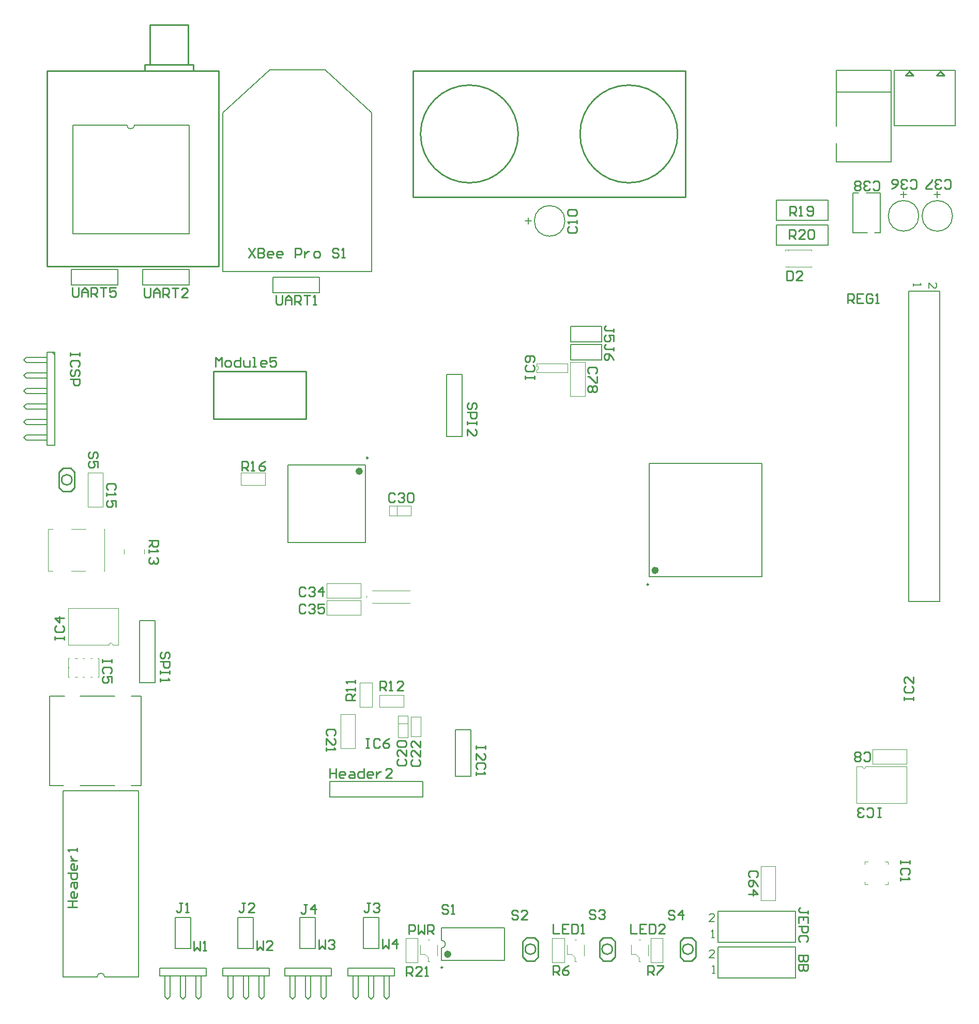
<source format=gto>
%FSLAX25Y25*%
%MOIN*%
G70*
G01*
G75*
%ADD10C,0.01000*%
%ADD11C,0.00689*%
%ADD12C,0.00669*%
%ADD13C,0.00827*%
%ADD14C,0.01575*%
%ADD15C,0.00787*%
%ADD16O,0.07087X0.01181*%
%ADD17O,0.01181X0.07087*%
%ADD18R,0.04921X0.06693*%
%ADD19R,0.09843X0.07874*%
%ADD20R,0.09843X0.01969*%
%ADD21O,0.04724X0.02362*%
%ADD22R,0.00984X0.01378*%
%ADD23O,0.00984X0.01378*%
%ADD24R,0.04724X0.04724*%
%ADD25R,0.04724X0.09449*%
G04:AMPARAMS|DCode=26|XSize=70.87mil|YSize=43.31mil|CornerRadius=0mil|HoleSize=0mil|Usage=FLASHONLY|Rotation=270.000|XOffset=0mil|YOffset=0mil|HoleType=Round|Shape=Octagon|*
%AMOCTAGOND26*
4,1,8,-0.01083,-0.03543,0.01083,-0.03543,0.02165,-0.02461,0.02165,0.02461,0.01083,0.03543,-0.01083,0.03543,-0.02165,0.02461,-0.02165,-0.02461,-0.01083,-0.03543,0.0*
%
%ADD26OCTAGOND26*%

%ADD27R,0.05118X0.04134*%
%ADD28R,0.04134X0.05118*%
G04:AMPARAMS|DCode=29|XSize=39.37mil|YSize=25.59mil|CornerRadius=0mil|HoleSize=0mil|Usage=FLASHONLY|Rotation=270.000|XOffset=0mil|YOffset=0mil|HoleType=Round|Shape=Octagon|*
%AMOCTAGOND29*
4,1,8,-0.00640,-0.01969,0.00640,-0.01969,0.01280,-0.01329,0.01280,0.01329,0.00640,0.01969,-0.00640,0.01969,-0.01280,0.01329,-0.01280,-0.01329,-0.00640,-0.01969,0.0*
%
%ADD29OCTAGOND29*%

G04:AMPARAMS|DCode=30|XSize=39.37mil|YSize=19.69mil|CornerRadius=0mil|HoleSize=0mil|Usage=FLASHONLY|Rotation=270.000|XOffset=0mil|YOffset=0mil|HoleType=Round|Shape=Octagon|*
%AMOCTAGOND30*
4,1,8,-0.00492,-0.01969,0.00492,-0.01969,0.00984,-0.01476,0.00984,0.01476,0.00492,0.01969,-0.00492,0.01969,-0.00984,0.01476,-0.00984,-0.01476,-0.00492,-0.01969,0.0*
%
%ADD30OCTAGOND30*%

%ADD31R,0.05906X0.03150*%
G04:AMPARAMS|DCode=32|XSize=59.06mil|YSize=31.5mil|CornerRadius=0mil|HoleSize=0mil|Usage=FLASHONLY|Rotation=180.000|XOffset=0mil|YOffset=0mil|HoleType=Round|Shape=Octagon|*
%AMOCTAGOND32*
4,1,8,-0.02953,0.00787,-0.02953,-0.00787,-0.02165,-0.01575,0.02165,-0.01575,0.02953,-0.00787,0.02953,0.00787,0.02165,0.01575,-0.02165,0.01575,-0.02953,0.00787,0.0*
%
%ADD32OCTAGOND32*%

G04:AMPARAMS|DCode=33|XSize=78.74mil|YSize=57.09mil|CornerRadius=0mil|HoleSize=0mil|Usage=FLASHONLY|Rotation=180.000|XOffset=0mil|YOffset=0mil|HoleType=Round|Shape=Octagon|*
%AMOCTAGOND33*
4,1,8,-0.03937,0.01427,-0.03937,-0.01427,-0.02510,-0.02854,0.02510,-0.02854,0.03937,-0.01427,0.03937,0.01427,0.02510,0.02854,-0.02510,0.02854,-0.03937,0.01427,0.0*
%
%ADD33OCTAGOND33*%

G04:AMPARAMS|DCode=34|XSize=47.24mil|YSize=39.37mil|CornerRadius=0mil|HoleSize=0mil|Usage=FLASHONLY|Rotation=90.000|XOffset=0mil|YOffset=0mil|HoleType=Round|Shape=Octagon|*
%AMOCTAGOND34*
4,1,8,0.00984,0.02362,-0.00984,0.02362,-0.01969,0.01378,-0.01969,-0.01378,-0.00984,-0.02362,0.00984,-0.02362,0.01969,-0.01378,0.01969,0.01378,0.00984,0.02362,0.0*
%
%ADD34OCTAGOND34*%

%ADD35O,0.02087X0.07795*%
%ADD36R,0.02087X0.07795*%
%ADD37O,0.06102X0.00984*%
%ADD38O,0.00984X0.06102*%
%ADD39O,0.01772X0.01181*%
%ADD40R,0.01772X0.01181*%
%ADD41R,0.01181X0.01772*%
%ADD42R,0.02165X0.04134*%
%ADD43O,0.02165X0.04134*%
%ADD44R,0.01969X0.01575*%
%ADD45O,0.01969X0.01575*%
%ADD46O,0.02232X0.01181*%
%ADD47R,0.02232X0.01181*%
%ADD48R,0.01181X0.02232*%
%ADD49O,0.01181X0.01575*%
%ADD50R,0.01181X0.01575*%
%ADD51R,0.01575X0.01181*%
%ADD52R,0.07874X0.07874*%
%ADD53R,0.06693X0.04921*%
%ADD54R,0.03150X0.04724*%
%ADD55R,0.03150X0.03543*%
%ADD56R,0.04724X0.03150*%
%ADD57C,0.00650*%
%ADD58C,0.01969*%
%ADD59C,0.02362*%
%ADD60R,0.23000X0.17000*%
%ADD61R,0.05906X0.05906*%
%ADD62C,0.05906*%
%ADD63R,0.04724X0.04724*%
%ADD64C,0.04724*%
%ADD65C,0.07087*%
%ADD66R,0.07087X0.07087*%
%ADD67R,0.05906X0.05906*%
%ADD68C,0.06496*%
%ADD69R,0.06299X0.06299*%
%ADD70C,0.06299*%
%ADD71O,0.07874X0.09843*%
%ADD72C,0.07874*%
%ADD73R,0.04921X0.04921*%
%ADD74C,0.04921*%
%ADD75R,0.04921X0.04921*%
%ADD76C,0.19685*%
%ADD77C,0.02701*%
%ADD78C,0.05000*%
%ADD79C,0.03937*%
%ADD80C,0.07874*%
%ADD81C,0.02756*%
%ADD82C,0.02953*%
%ADD83C,0.05394*%
%ADD84R,0.02756X0.03150*%
%ADD85R,0.19685X0.28543*%
%ADD86R,0.08268X0.05118*%
%ADD87O,0.08268X0.05118*%
%ADD88R,0.23622X0.07874*%
%ADD89R,0.25598X0.30299*%
%ADD90R,0.04685X0.09055*%
G04:AMPARAMS|DCode=91|XSize=39.37mil|YSize=25.59mil|CornerRadius=0mil|HoleSize=0mil|Usage=FLASHONLY|Rotation=0.000|XOffset=0mil|YOffset=0mil|HoleType=Round|Shape=Octagon|*
%AMOCTAGOND91*
4,1,8,0.01969,-0.00640,0.01969,0.00640,0.01329,0.01280,-0.01329,0.01280,-0.01969,0.00640,-0.01969,-0.00640,-0.01329,-0.01280,0.01329,-0.01280,0.01969,-0.00640,0.0*
%
%ADD91OCTAGOND91*%

G04:AMPARAMS|DCode=92|XSize=39.37mil|YSize=19.69mil|CornerRadius=0mil|HoleSize=0mil|Usage=FLASHONLY|Rotation=0.000|XOffset=0mil|YOffset=0mil|HoleType=Round|Shape=Octagon|*
%AMOCTAGOND92*
4,1,8,0.01969,-0.00492,0.01969,0.00492,0.01476,0.00984,-0.01476,0.00984,-0.01969,0.00492,-0.01969,-0.00492,-0.01476,-0.00984,0.01476,-0.00984,0.01969,-0.00492,0.0*
%
%ADD92OCTAGOND92*%

%ADD93O,0.04095X0.01969*%
%ADD94R,0.04095X0.01969*%
%ADD95R,0.11000X0.15000*%
%ADD96C,0.04921*%
%ADD97C,0.00984*%
%ADD98C,0.00394*%
%ADD99C,0.00197*%
%ADD100C,0.00800*%
%ADD101C,0.00591*%
D10*
X17854Y323500D02*
G03*
X17854Y323500I-3354J0D01*
G01*
X418354Y21000D02*
G03*
X418354Y21000I-3354J0D01*
G01*
X366354Y21000D02*
G03*
X366354Y21000I-3354J0D01*
G01*
X316854D02*
G03*
X316854Y21000I-3354J0D01*
G01*
X408461Y546433D02*
G03*
X408461Y546433I-31496J0D01*
G01*
X305626D02*
G03*
X305626Y546433I-31496J0D01*
G01*
X96224Y587236D02*
Y591173D01*
X68173D02*
Y616764D01*
X92779D01*
Y591173D02*
Y616764D01*
X64728Y591173D02*
X96224D01*
X64728Y587236D02*
Y591173D01*
X112563Y461252D02*
Y587236D01*
X1736Y461252D02*
X112563D01*
X1736D02*
Y587236D01*
X112563D01*
X17000Y331000D02*
X19500Y328500D01*
Y318500D02*
Y328500D01*
X17000Y316000D02*
X19500Y318500D01*
X12000Y316000D02*
X17000D01*
X9500Y318500D02*
X12000Y316000D01*
X9500Y318500D02*
Y328500D01*
X12000Y331000D01*
X17000D01*
X410000Y16000D02*
X412500Y13500D01*
X410000Y16000D02*
Y26000D01*
X412500Y28500D01*
X417500D01*
X420000Y26000D01*
Y16000D02*
Y26000D01*
X417500Y13500D02*
X420000Y16000D01*
X412500Y13500D02*
X417500D01*
X358000Y16000D02*
X360500Y13500D01*
X358000Y16000D02*
Y26000D01*
X360500Y28500D01*
X365500D01*
X368000Y26000D01*
Y16000D02*
Y26000D01*
X365500Y13500D02*
X368000Y16000D01*
X360500Y13500D02*
X365500D01*
X308500Y16000D02*
X311000Y13500D01*
X308500Y16000D02*
Y26000D01*
X311000Y28500D01*
X316000D01*
X318500Y26000D01*
Y16000D02*
Y26000D01*
X316000Y13500D02*
X318500Y16000D01*
X311000Y13500D02*
X316000D01*
X108961Y362882D02*
Y393394D01*
X168882D01*
Y362882D02*
Y393394D01*
X108961Y362882D02*
X168882D01*
X237713Y505882D02*
X413382D01*
Y586984D01*
X237713Y505882D02*
Y586984D01*
X413382D01*
X555382Y584118D02*
X557882Y586618D01*
X555382Y584118D02*
X560382D01*
X557882Y586618D02*
X560382Y584118D01*
X575382D02*
X577882Y586618D01*
X575382Y584118D02*
X580382D01*
X577882Y586618D02*
X580382Y584118D01*
X528501Y143002D02*
X529501Y142002D01*
X531500D01*
X532500Y143002D01*
Y147000D01*
X531500Y148000D01*
X529501D01*
X528501Y147000D01*
X526502Y143002D02*
X525502Y142002D01*
X523503D01*
X522503Y143002D01*
Y144001D01*
X523503Y145001D01*
X522503Y146001D01*
Y147000D01*
X523503Y148000D01*
X525502D01*
X526502Y147000D01*
Y146001D01*
X525502Y145001D01*
X526502Y144001D01*
Y143002D01*
X525502Y145001D02*
X523503D01*
X338384Y486881D02*
X337384Y485881D01*
Y483882D01*
X338384Y482882D01*
X342382D01*
X343382Y483882D01*
Y485881D01*
X342382Y486881D01*
X343382Y488880D02*
Y490879D01*
Y489880D01*
X337384D01*
X338384Y488880D01*
Y493878D02*
X337384Y494878D01*
Y496877D01*
X338384Y497877D01*
X342382D01*
X343382Y496877D01*
Y494878D01*
X342382Y493878D01*
X338384D01*
X44998Y317001D02*
X45998Y318001D01*
Y320000D01*
X44998Y321000D01*
X41000D01*
X40000Y320000D01*
Y318001D01*
X41000Y317001D01*
X40000Y315002D02*
Y313003D01*
Y314002D01*
X45998D01*
X44998Y315002D01*
X45998Y306005D02*
Y310004D01*
X42999D01*
X43999Y308004D01*
Y307004D01*
X42999Y306005D01*
X41000D01*
X40000Y307004D01*
Y309004D01*
X41000Y310004D01*
X228383Y143381D02*
X227384Y142381D01*
Y140382D01*
X228383Y139382D01*
X232382D01*
X233382Y140382D01*
Y142381D01*
X232382Y143381D01*
X233382Y149379D02*
Y145380D01*
X229383Y149379D01*
X228383D01*
X227384Y148379D01*
Y146380D01*
X228383Y145380D01*
Y151378D02*
X227384Y152378D01*
Y154377D01*
X228383Y155377D01*
X232382D01*
X233382Y154377D01*
Y152378D01*
X232382Y151378D01*
X228383D01*
X186880Y158883D02*
X187880Y159883D01*
Y161882D01*
X186880Y162882D01*
X182882D01*
X181882Y161882D01*
Y159883D01*
X182882Y158883D01*
X181882Y152885D02*
Y156884D01*
X185881Y152885D01*
X186880D01*
X187880Y153885D01*
Y155884D01*
X186880Y156884D01*
X181882Y150886D02*
Y148886D01*
Y149886D01*
X187880D01*
X186880Y150886D01*
X237502Y142999D02*
X236502Y141999D01*
Y140000D01*
X237502Y139000D01*
X241500D01*
X242500Y140000D01*
Y141999D01*
X241500Y142999D01*
X242500Y148997D02*
Y144998D01*
X238501Y148997D01*
X237502D01*
X236502Y147997D01*
Y145998D01*
X237502Y144998D01*
X242500Y154995D02*
Y150996D01*
X238501Y154995D01*
X237502D01*
X236502Y153995D01*
Y151996D01*
X237502Y150996D01*
X226004Y313996D02*
X225004Y314996D01*
X223005D01*
X222005Y313996D01*
Y309998D01*
X223005Y308998D01*
X225004D01*
X226004Y309998D01*
X228003Y313996D02*
X229003Y314996D01*
X231002D01*
X232002Y313996D01*
Y312997D01*
X231002Y311997D01*
X230003D01*
X231002D01*
X232002Y310997D01*
Y309998D01*
X231002Y308998D01*
X229003D01*
X228003Y309998D01*
X234001Y313996D02*
X235001Y314996D01*
X237000D01*
X238000Y313996D01*
Y309998D01*
X237000Y308998D01*
X235001D01*
X234001Y309998D01*
Y313996D01*
X168504Y253496D02*
X167504Y254496D01*
X165505D01*
X164505Y253496D01*
Y249498D01*
X165505Y248498D01*
X167504D01*
X168504Y249498D01*
X170503Y253496D02*
X171503Y254496D01*
X173502D01*
X174502Y253496D01*
Y252497D01*
X173502Y251497D01*
X172503D01*
X173502D01*
X174502Y250497D01*
Y249498D01*
X173502Y248498D01*
X171503D01*
X170503Y249498D01*
X179500Y248498D02*
Y254496D01*
X176501Y251497D01*
X180500D01*
X558383Y512120D02*
X559383Y511120D01*
X561382D01*
X562382Y512120D01*
Y516118D01*
X561382Y517118D01*
X559383D01*
X558383Y516118D01*
X556384Y512120D02*
X555384Y511120D01*
X553385D01*
X552385Y512120D01*
Y513119D01*
X553385Y514119D01*
X554385D01*
X553385D01*
X552385Y515119D01*
Y516118D01*
X553385Y517118D01*
X555384D01*
X556384Y516118D01*
X546387Y511120D02*
X548386Y512120D01*
X550386Y514119D01*
Y516118D01*
X549386Y517118D01*
X547387D01*
X546387Y516118D01*
Y515119D01*
X547387Y514119D01*
X550386D01*
X580383Y512120D02*
X581383Y511120D01*
X583382D01*
X584382Y512120D01*
Y516118D01*
X583382Y517118D01*
X581383D01*
X580383Y516118D01*
X578384Y512120D02*
X577384Y511120D01*
X575385D01*
X574385Y512120D01*
Y513119D01*
X575385Y514119D01*
X576384D01*
X575385D01*
X574385Y515119D01*
Y516118D01*
X575385Y517118D01*
X577384D01*
X578384Y516118D01*
X572386Y511120D02*
X568387D01*
Y512120D01*
X572386Y516118D01*
Y517118D01*
X534383Y511120D02*
X535383Y510120D01*
X537382D01*
X538382Y511120D01*
Y515118D01*
X537382Y516118D01*
X535383D01*
X534383Y515118D01*
X532384Y511120D02*
X531384Y510120D01*
X529385D01*
X528385Y511120D01*
Y512119D01*
X529385Y513119D01*
X530384D01*
X529385D01*
X528385Y514119D01*
Y515118D01*
X529385Y516118D01*
X531384D01*
X532384Y515118D01*
X526386Y511120D02*
X525386Y510120D01*
X523387D01*
X522387Y511120D01*
Y512119D01*
X523387Y513119D01*
X522387Y514119D01*
Y515118D01*
X523387Y516118D01*
X525386D01*
X526386Y515118D01*
Y514119D01*
X525386Y513119D01*
X526386Y512119D01*
Y511120D01*
X525386Y513119D02*
X523387D01*
X458998Y67501D02*
X459998Y68501D01*
Y70500D01*
X458998Y71500D01*
X455000D01*
X454000Y70500D01*
Y68501D01*
X455000Y67501D01*
X459998Y61503D02*
X458998Y63503D01*
X456999Y65502D01*
X455000D01*
X454000Y64502D01*
Y62503D01*
X455000Y61503D01*
X455999D01*
X456999Y62503D01*
Y65502D01*
X454000Y56505D02*
X459998D01*
X456999Y59504D01*
Y55505D01*
X355499Y392049D02*
X356498Y393048D01*
Y395048D01*
X355499Y396047D01*
X351500D01*
X350500Y395048D01*
Y393048D01*
X351500Y392049D01*
X356498Y390049D02*
Y386051D01*
X355499D01*
X351500Y390049D01*
X350500D01*
X355499Y384051D02*
X356498Y383051D01*
Y381052D01*
X355499Y380052D01*
X354499D01*
X353499Y381052D01*
X352500Y380052D01*
X351500D01*
X350500Y381052D01*
Y383051D01*
X351500Y384051D01*
X352500D01*
X353499Y383051D01*
X354499Y384051D01*
X355499D01*
X353499Y383051D02*
Y381052D01*
X478882Y458116D02*
Y452118D01*
X481881D01*
X482881Y453118D01*
Y457117D01*
X481881Y458116D01*
X478882D01*
X488879Y452118D02*
X484880D01*
X488879Y456117D01*
Y457117D01*
X487879Y458116D01*
X485880D01*
X484880Y457117D01*
X79880Y208283D02*
X80880Y209283D01*
Y211282D01*
X79880Y212282D01*
X78881D01*
X77881Y211282D01*
Y209283D01*
X76881Y208283D01*
X75882D01*
X74882Y209283D01*
Y211282D01*
X75882Y212282D01*
X74882Y206284D02*
X80880D01*
Y203285D01*
X79880Y202285D01*
X77881D01*
X76881Y203285D01*
Y206284D01*
X80880Y200286D02*
Y198286D01*
Y199286D01*
X74882D01*
Y200286D01*
Y198286D01*
Y195287D02*
Y193288D01*
Y194288D01*
X80880D01*
X79880Y195287D01*
X284398Y152100D02*
Y150101D01*
Y151100D01*
X278400D01*
Y152100D01*
Y150101D01*
Y143103D02*
Y147102D01*
X282399Y143103D01*
X283398D01*
X284398Y144103D01*
Y146102D01*
X283398Y147102D01*
Y137105D02*
X284398Y138104D01*
Y140104D01*
X283398Y141104D01*
X279400D01*
X278400Y140104D01*
Y138104D01*
X279400Y137105D01*
X278400Y135106D02*
Y133106D01*
Y134106D01*
X284398D01*
X283398Y135106D01*
X149500Y442498D02*
Y437500D01*
X150500Y436500D01*
X152499D01*
X153499Y437500D01*
Y442498D01*
X155498Y436500D02*
Y440499D01*
X157497Y442498D01*
X159497Y440499D01*
Y436500D01*
Y439499D01*
X155498D01*
X161496Y436500D02*
Y442498D01*
X164495D01*
X165495Y441498D01*
Y439499D01*
X164495Y438499D01*
X161496D01*
X163496D02*
X165495Y436500D01*
X167494Y442498D02*
X171493D01*
X169493D01*
Y436500D01*
X173492D02*
X175492D01*
X174492D01*
Y442498D01*
X173492Y441498D01*
X277880Y369083D02*
X278880Y370083D01*
Y372082D01*
X277880Y373082D01*
X276881D01*
X275881Y372082D01*
Y370083D01*
X274881Y369083D01*
X273882D01*
X272882Y370083D01*
Y372082D01*
X273882Y373082D01*
X272882Y367084D02*
X278880D01*
Y364085D01*
X277880Y363085D01*
X275881D01*
X274881Y364085D01*
Y367084D01*
X278880Y361086D02*
Y359086D01*
Y360086D01*
X272882D01*
Y361086D01*
Y359086D01*
Y352089D02*
Y356087D01*
X276881Y352089D01*
X277880D01*
X278880Y353088D01*
Y355088D01*
X277880Y356087D01*
X64500Y446998D02*
Y442000D01*
X65500Y441000D01*
X67499D01*
X68499Y442000D01*
Y446998D01*
X70498Y441000D02*
Y444999D01*
X72497Y446998D01*
X74497Y444999D01*
Y441000D01*
Y443999D01*
X70498D01*
X76496Y441000D02*
Y446998D01*
X79495D01*
X80495Y445998D01*
Y443999D01*
X79495Y442999D01*
X76496D01*
X78496D02*
X80495Y441000D01*
X82494Y446998D02*
X86493D01*
X84493D01*
Y441000D01*
X92491D02*
X88492D01*
X92491Y444999D01*
Y445998D01*
X91491Y446998D01*
X89492D01*
X88492Y445998D01*
X18000Y447498D02*
Y442500D01*
X19000Y441500D01*
X20999D01*
X21999Y442500D01*
Y447498D01*
X23998Y441500D02*
Y445499D01*
X25997Y447498D01*
X27997Y445499D01*
Y441500D01*
Y444499D01*
X23998D01*
X29996Y441500D02*
Y447498D01*
X32995D01*
X33995Y446498D01*
Y444499D01*
X32995Y443499D01*
X29996D01*
X31995D02*
X33995Y441500D01*
X35994Y447498D02*
X39993D01*
X37993D01*
Y441500D01*
X45991Y447498D02*
X41992D01*
Y444499D01*
X43992Y445499D01*
X44991D01*
X45991Y444499D01*
Y442500D01*
X44991Y441500D01*
X42992D01*
X41992Y442500D01*
X184000Y137498D02*
Y131500D01*
Y134499D01*
X187999D01*
Y137498D01*
Y131500D01*
X192997D02*
X190998D01*
X189998Y132500D01*
Y134499D01*
X190998Y135499D01*
X192997D01*
X193997Y134499D01*
Y133499D01*
X189998D01*
X196996Y135499D02*
X198995D01*
X199995Y134499D01*
Y131500D01*
X196996D01*
X195996Y132500D01*
X196996Y133499D01*
X199995D01*
X205993Y137498D02*
Y131500D01*
X202994D01*
X201994Y132500D01*
Y134499D01*
X202994Y135499D01*
X205993D01*
X210991Y131500D02*
X208992D01*
X207992Y132500D01*
Y134499D01*
X208992Y135499D01*
X210991D01*
X211991Y134499D01*
Y133499D01*
X207992D01*
X213990Y135499D02*
Y131500D01*
Y133499D01*
X214990Y134499D01*
X215990Y135499D01*
X216989D01*
X223987Y131500D02*
X219988D01*
X223987Y135499D01*
Y136498D01*
X222987Y137498D01*
X220988D01*
X219988Y136498D01*
X96500Y25998D02*
Y20000D01*
X98499Y21999D01*
X100499Y20000D01*
Y25998D01*
X102498Y20000D02*
X104497D01*
X103498D01*
Y25998D01*
X102498Y24998D01*
X218000Y27498D02*
Y21500D01*
X219999Y23499D01*
X221999Y21500D01*
Y27498D01*
X226997Y21500D02*
Y27498D01*
X223998Y24499D01*
X227997D01*
X137000Y26498D02*
Y20500D01*
X138999Y22499D01*
X140999Y20500D01*
Y26498D01*
X146997Y20500D02*
X142998D01*
X146997Y24499D01*
Y25498D01*
X145997Y26498D01*
X143998D01*
X142998Y25498D01*
X177000Y26998D02*
Y21000D01*
X178999Y22999D01*
X180999Y21000D01*
Y26998D01*
X182998Y25998D02*
X183998Y26998D01*
X185997D01*
X186997Y25998D01*
Y24999D01*
X185997Y23999D01*
X184997D01*
X185997D01*
X186997Y22999D01*
Y22000D01*
X185997Y21000D01*
X183998D01*
X182998Y22000D01*
X22880Y405382D02*
Y403382D01*
Y404382D01*
X16882D01*
Y405382D01*
Y403382D01*
X21880Y396385D02*
X22880Y397385D01*
Y399384D01*
X21880Y400384D01*
X17882D01*
X16882Y399384D01*
Y397385D01*
X17882Y396385D01*
X21880Y390387D02*
X22880Y391386D01*
Y393386D01*
X21880Y394385D01*
X20881D01*
X19881Y393386D01*
Y391386D01*
X18881Y390387D01*
X17882D01*
X16882Y391386D01*
Y393386D01*
X17882Y394385D01*
X16882Y388387D02*
X22880D01*
Y385388D01*
X21880Y384389D01*
X19881D01*
X18881Y385388D01*
Y388387D01*
X492402Y43834D02*
Y45833D01*
Y44834D01*
X487403D01*
X486404Y45833D01*
Y46833D01*
X487403Y47833D01*
X492402Y37836D02*
Y41835D01*
X486404D01*
Y37836D01*
X489403Y41835D02*
Y39835D01*
X486404Y35836D02*
X492402D01*
Y32837D01*
X491402Y31838D01*
X489403D01*
X488403Y32837D01*
Y35836D01*
X491402Y25840D02*
X492402Y26839D01*
Y28839D01*
X491402Y29838D01*
X487403D01*
X486404Y28839D01*
Y26839D01*
X487403Y25840D01*
X492284Y16951D02*
X486286D01*
Y13952D01*
X487285Y12952D01*
X488285D01*
X489285Y13952D01*
Y16951D01*
Y13952D01*
X490284Y12952D01*
X491284D01*
X492284Y13952D01*
Y16951D01*
Y10953D02*
X486286D01*
Y7954D01*
X487285Y6954D01*
X488285D01*
X489285Y7954D01*
Y10953D01*
Y7954D01*
X490284Y6954D01*
X491284D01*
X492284Y7954D01*
Y10953D01*
X557998Y78000D02*
Y76001D01*
Y77000D01*
X552000D01*
Y78000D01*
Y76001D01*
X556998Y69003D02*
X557998Y70003D01*
Y72002D01*
X556998Y73002D01*
X553000D01*
X552000Y72002D01*
Y70003D01*
X553000Y69003D01*
X552000Y67004D02*
Y65004D01*
Y66004D01*
X557998D01*
X556998Y67004D01*
X554502Y181500D02*
Y183499D01*
Y182500D01*
X560500D01*
Y181500D01*
Y183499D01*
X555502Y190497D02*
X554502Y189497D01*
Y187498D01*
X555502Y186498D01*
X559500D01*
X560500Y187498D01*
Y189497D01*
X559500Y190497D01*
X560500Y196495D02*
Y192496D01*
X556501Y196495D01*
X555502D01*
X554502Y195495D01*
Y193496D01*
X555502Y192496D01*
X539500Y106002D02*
X537501D01*
X538500D01*
Y112000D01*
X539500D01*
X537501D01*
X530503Y107002D02*
X531503Y106002D01*
X533502D01*
X534502Y107002D01*
Y111000D01*
X533502Y112000D01*
X531503D01*
X530503Y111000D01*
X528504Y107002D02*
X527504Y106002D01*
X525504D01*
X524505Y107002D01*
Y108001D01*
X525504Y109001D01*
X526504D01*
X525504D01*
X524505Y110001D01*
Y111000D01*
X525504Y112000D01*
X527504D01*
X528504Y111000D01*
X6620Y220382D02*
Y222381D01*
Y221382D01*
X12618D01*
Y220382D01*
Y222381D01*
X7620Y229379D02*
X6620Y228379D01*
Y226380D01*
X7620Y225380D01*
X11618D01*
X12618Y226380D01*
Y228379D01*
X11618Y229379D01*
X12618Y234377D02*
X6620D01*
X9619Y231378D01*
Y235377D01*
X43380Y207835D02*
Y205835D01*
Y206835D01*
X37382D01*
Y207835D01*
Y205835D01*
X42380Y198838D02*
X43380Y199837D01*
Y201837D01*
X42380Y202836D01*
X38382D01*
X37382Y201837D01*
Y199837D01*
X38382Y198838D01*
X43380Y192840D02*
Y196838D01*
X40381D01*
X41381Y194839D01*
Y193839D01*
X40381Y192840D01*
X38382D01*
X37382Y193839D01*
Y195838D01*
X38382Y196838D01*
X207382Y156880D02*
X209381D01*
X208382D01*
Y150882D01*
X207382D01*
X209381D01*
X216379Y155880D02*
X215379Y156880D01*
X213380D01*
X212380Y155880D01*
Y151882D01*
X213380Y150882D01*
X215379D01*
X216379Y151882D01*
X222377Y156880D02*
X220378Y155880D01*
X218378Y153881D01*
Y151882D01*
X219378Y150882D01*
X221377D01*
X222377Y151882D01*
Y152881D01*
X221377Y153881D01*
X218378D01*
X310002Y388342D02*
Y390342D01*
Y389342D01*
X316000D01*
Y388342D01*
Y390342D01*
X311002Y397340D02*
X310002Y396340D01*
Y394341D01*
X311002Y393341D01*
X315000D01*
X316000Y394341D01*
Y396340D01*
X315000Y397340D01*
Y399339D02*
X316000Y400339D01*
Y402338D01*
X315000Y403338D01*
X311002D01*
X310002Y402338D01*
Y400339D01*
X311002Y399339D01*
X312001D01*
X313001Y400339D01*
Y403338D01*
X88963Y50762D02*
X86963D01*
X87963D01*
Y45763D01*
X86963Y44764D01*
X85963D01*
X84964Y45763D01*
X90962Y44764D02*
X92961D01*
X91961D01*
Y50762D01*
X90962Y49762D01*
X129463Y50762D02*
X127463D01*
X128463D01*
Y45763D01*
X127463Y44764D01*
X126463D01*
X125464Y45763D01*
X135460Y44764D02*
X131462D01*
X135460Y48763D01*
Y49762D01*
X134461Y50762D01*
X132462D01*
X131462Y49762D01*
X210247Y50762D02*
X208248D01*
X209247D01*
Y45763D01*
X208248Y44764D01*
X207248D01*
X206248Y45763D01*
X212246Y49762D02*
X213246Y50762D01*
X215246D01*
X216245Y49762D01*
Y48763D01*
X215246Y47763D01*
X214246D01*
X215246D01*
X216245Y46763D01*
Y45763D01*
X215246Y44764D01*
X213246D01*
X212246Y45763D01*
X169381Y49880D02*
X167381D01*
X168381D01*
Y44882D01*
X167381Y43882D01*
X166382D01*
X165382Y44882D01*
X174379Y43882D02*
Y49880D01*
X171380Y46881D01*
X175379D01*
X366998Y418844D02*
Y420843D01*
Y419843D01*
X362000D01*
X361000Y420843D01*
Y421843D01*
X362000Y422843D01*
X366998Y412846D02*
Y416845D01*
X363999D01*
X364999Y414845D01*
Y413845D01*
X363999Y412846D01*
X362000D01*
X361000Y413845D01*
Y415845D01*
X362000Y416845D01*
X366998Y406844D02*
Y408843D01*
Y407843D01*
X362000D01*
X361000Y408843D01*
Y409843D01*
X362000Y410843D01*
X366998Y400846D02*
X365999Y402845D01*
X363999Y404845D01*
X362000D01*
X361000Y403845D01*
Y401845D01*
X362000Y400846D01*
X363000D01*
X363999Y401845D01*
Y404845D01*
X328000Y36998D02*
Y31000D01*
X331999D01*
X337997Y36998D02*
X333998D01*
Y31000D01*
X337997D01*
X333998Y33999D02*
X335997D01*
X339996Y36998D02*
Y31000D01*
X342995D01*
X343995Y32000D01*
Y35998D01*
X342995Y36998D01*
X339996D01*
X345994Y31000D02*
X347993D01*
X346994D01*
Y36998D01*
X345994Y35998D01*
X378000Y36998D02*
Y31000D01*
X381999D01*
X387997Y36998D02*
X383998D01*
Y31000D01*
X387997D01*
X383998Y33999D02*
X385997D01*
X389996Y36998D02*
Y31000D01*
X392995D01*
X393995Y32000D01*
Y35998D01*
X392995Y36998D01*
X389996D01*
X399993Y31000D02*
X395994D01*
X399993Y34999D01*
Y35998D01*
X398993Y36998D01*
X396994D01*
X395994Y35998D01*
X235000Y30750D02*
Y36748D01*
X237999D01*
X238999Y35748D01*
Y33749D01*
X237999Y32749D01*
X235000D01*
X240998Y36748D02*
Y30750D01*
X242997Y32749D01*
X244997Y30750D01*
Y36748D01*
X246996Y30750D02*
Y36748D01*
X249995D01*
X250995Y35748D01*
Y33749D01*
X249995Y32749D01*
X246996D01*
X248995D02*
X250995Y30750D01*
X110382Y396382D02*
Y402380D01*
X112381Y400381D01*
X114381Y402380D01*
Y396382D01*
X117380D02*
X119379D01*
X120379Y397382D01*
Y399381D01*
X119379Y400381D01*
X117380D01*
X116380Y399381D01*
Y397382D01*
X117380Y396382D01*
X126377Y402380D02*
Y396382D01*
X123378D01*
X122378Y397382D01*
Y399381D01*
X123378Y400381D01*
X126377D01*
X128376D02*
Y397382D01*
X129376Y396382D01*
X132375D01*
Y400381D01*
X134374Y396382D02*
X136373D01*
X135374D01*
Y402380D01*
X134374D01*
X142371Y396382D02*
X140372D01*
X139373Y397382D01*
Y399381D01*
X140372Y400381D01*
X142371D01*
X143371Y399381D01*
Y398381D01*
X139373D01*
X149369Y402380D02*
X145371D01*
Y399381D01*
X147370Y400381D01*
X148370D01*
X149369Y399381D01*
Y397382D01*
X148370Y396382D01*
X146370D01*
X145371Y397382D01*
X328000Y4500D02*
Y10498D01*
X330999D01*
X331999Y9498D01*
Y7499D01*
X330999Y6499D01*
X328000D01*
X329999D02*
X331999Y4500D01*
X337997Y10498D02*
X335997Y9498D01*
X333998Y7499D01*
Y5500D01*
X334998Y4500D01*
X336997D01*
X337997Y5500D01*
Y6499D01*
X336997Y7499D01*
X333998D01*
X389000Y4500D02*
Y10498D01*
X391999D01*
X392999Y9498D01*
Y7499D01*
X391999Y6499D01*
X389000D01*
X390999D02*
X392999Y4500D01*
X394998Y10498D02*
X398997D01*
Y9498D01*
X394998Y5500D01*
Y4500D01*
X200382Y181382D02*
X194384D01*
Y184381D01*
X195384Y185381D01*
X197383D01*
X198382Y184381D01*
Y181382D01*
Y183381D02*
X200382Y185381D01*
Y187380D02*
Y189379D01*
Y188380D01*
X194384D01*
X195384Y187380D01*
X200382Y192378D02*
Y194378D01*
Y193378D01*
X194384D01*
X195384Y192378D01*
X216382Y187882D02*
Y193880D01*
X219381D01*
X220381Y192880D01*
Y190881D01*
X219381Y189881D01*
X216382D01*
X218381D02*
X220381Y187882D01*
X222380D02*
X224379D01*
X223380D01*
Y193880D01*
X222380Y192880D01*
X231377Y187882D02*
X227378D01*
X231377Y191881D01*
Y192880D01*
X230377Y193880D01*
X228378D01*
X227378Y192880D01*
X67382Y284382D02*
X73380D01*
Y281383D01*
X72380Y280383D01*
X70381D01*
X69381Y281383D01*
Y284382D01*
Y282382D02*
X67382Y280383D01*
Y278384D02*
Y276384D01*
Y277384D01*
X73380D01*
X72380Y278384D01*
Y273385D02*
X73380Y272386D01*
Y270386D01*
X72380Y269387D01*
X71381D01*
X70381Y270386D01*
Y271386D01*
Y270386D01*
X69381Y269387D01*
X68382D01*
X67382Y270386D01*
Y272386D01*
X68382Y273385D01*
X127505Y329498D02*
Y335496D01*
X130504D01*
X131504Y334496D01*
Y332497D01*
X130504Y331497D01*
X127505D01*
X129505D02*
X131504Y329498D01*
X133503D02*
X135503D01*
X134503D01*
Y335496D01*
X133503Y334496D01*
X142500Y335496D02*
X140501Y334496D01*
X138502Y332497D01*
Y330498D01*
X139501Y329498D01*
X141501D01*
X142500Y330498D01*
Y331497D01*
X141501Y332497D01*
X138502D01*
X480882Y493618D02*
Y499616D01*
X483881D01*
X484881Y498617D01*
Y496617D01*
X483881Y495617D01*
X480882D01*
X482881D02*
X484881Y493618D01*
X486880D02*
X488879D01*
X487880D01*
Y499616D01*
X486880Y498617D01*
X491878Y494618D02*
X492878Y493618D01*
X494877D01*
X495877Y494618D01*
Y498617D01*
X494877Y499616D01*
X492878D01*
X491878Y498617D01*
Y497617D01*
X492878Y496617D01*
X495877D01*
X480382Y478618D02*
Y484616D01*
X483381D01*
X484381Y483616D01*
Y481617D01*
X483381Y480618D01*
X480382D01*
X482381D02*
X484381Y478618D01*
X490379D02*
X486380D01*
X490379Y482617D01*
Y483616D01*
X489379Y484616D01*
X487380D01*
X486380Y483616D01*
X492378D02*
X493378Y484616D01*
X495377D01*
X496377Y483616D01*
Y479618D01*
X495377Y478618D01*
X493378D01*
X492378Y479618D01*
Y483616D01*
X233500Y3750D02*
Y9748D01*
X236499D01*
X237499Y8748D01*
Y6749D01*
X236499Y5749D01*
X233500D01*
X235499D02*
X237499Y3750D01*
X243497D02*
X239498D01*
X243497Y7749D01*
Y8748D01*
X242497Y9748D01*
X240498D01*
X239498Y8748D01*
X245496Y3750D02*
X247496D01*
X246496D01*
Y9748D01*
X245496Y8748D01*
X260499Y48748D02*
X259499Y49748D01*
X257500D01*
X256500Y48748D01*
Y47749D01*
X257500Y46749D01*
X259499D01*
X260499Y45749D01*
Y44750D01*
X259499Y43750D01*
X257500D01*
X256500Y44750D01*
X262498Y43750D02*
X264497D01*
X263498D01*
Y49748D01*
X262498Y48748D01*
X305499Y44998D02*
X304499Y45998D01*
X302500D01*
X301500Y44998D01*
Y43999D01*
X302500Y42999D01*
X304499D01*
X305499Y41999D01*
Y41000D01*
X304499Y40000D01*
X302500D01*
X301500Y41000D01*
X311497Y40000D02*
X307498D01*
X311497Y43999D01*
Y44998D01*
X310497Y45998D01*
X308498D01*
X307498Y44998D01*
X355499Y45498D02*
X354499Y46498D01*
X352500D01*
X351500Y45498D01*
Y44499D01*
X352500Y43499D01*
X354499D01*
X355499Y42499D01*
Y41500D01*
X354499Y40500D01*
X352500D01*
X351500Y41500D01*
X357498Y45498D02*
X358498Y46498D01*
X360497D01*
X361497Y45498D01*
Y44499D01*
X360497Y43499D01*
X359497D01*
X360497D01*
X361497Y42499D01*
Y41500D01*
X360497Y40500D01*
X358498D01*
X357498Y41500D01*
X406499Y44998D02*
X405499Y45998D01*
X403500D01*
X402500Y44998D01*
Y43999D01*
X403500Y42999D01*
X405499D01*
X406499Y41999D01*
Y41000D01*
X405499Y40000D01*
X403500D01*
X402500Y41000D01*
X411497Y40000D02*
Y45998D01*
X408498Y42999D01*
X412497D01*
X33498Y337501D02*
X34498Y338501D01*
Y340500D01*
X33498Y341500D01*
X32499D01*
X31499Y340500D01*
Y338501D01*
X30499Y337501D01*
X29500D01*
X28500Y338501D01*
Y340500D01*
X29500Y341500D01*
X34498Y331503D02*
Y335502D01*
X31499D01*
X32499Y333503D01*
Y332503D01*
X31499Y331503D01*
X29500D01*
X28500Y332503D01*
Y334502D01*
X29500Y335502D01*
X518000Y437350D02*
Y443349D01*
X520999D01*
X521999Y442349D01*
Y440349D01*
X520999Y439350D01*
X518000D01*
X519999D02*
X521999Y437350D01*
X527997Y443349D02*
X523998D01*
Y437350D01*
X527997D01*
X523998Y440349D02*
X525997D01*
X533995Y442349D02*
X532995Y443349D01*
X530996D01*
X529996Y442349D01*
Y438350D01*
X530996Y437350D01*
X532995D01*
X533995Y438350D01*
Y440349D01*
X531995D01*
X535994Y437350D02*
X537993D01*
X536994D01*
Y443349D01*
X535994Y442349D01*
X15002Y48000D02*
X21000D01*
X18001D01*
Y51999D01*
X15002D01*
X21000D01*
Y56997D02*
Y54998D01*
X20000Y53998D01*
X18001D01*
X17001Y54998D01*
Y56997D01*
X18001Y57997D01*
X19001D01*
Y53998D01*
X17001Y60996D02*
Y62995D01*
X18001Y63995D01*
X21000D01*
Y60996D01*
X20000Y59996D01*
X19001Y60996D01*
Y63995D01*
X15002Y69993D02*
X21000D01*
Y66994D01*
X20000Y65994D01*
X18001D01*
X17001Y66994D01*
Y69993D01*
X21000Y74991D02*
Y72992D01*
X20000Y71992D01*
X18001D01*
X17001Y72992D01*
Y74991D01*
X18001Y75991D01*
X19001D01*
Y71992D01*
X17001Y77990D02*
X21000D01*
X19001D01*
X18001Y78990D01*
X17001Y79990D01*
Y80989D01*
X21000Y83988D02*
Y85988D01*
Y84988D01*
X15002D01*
X16002Y83988D01*
X168504Y242496D02*
X167504Y243496D01*
X165505D01*
X164505Y242496D01*
Y238498D01*
X165505Y237498D01*
X167504D01*
X168504Y238498D01*
X170503Y242496D02*
X171503Y243496D01*
X173502D01*
X174502Y242496D01*
Y241497D01*
X173502Y240497D01*
X172503D01*
X173502D01*
X174502Y239497D01*
Y238498D01*
X173502Y237498D01*
X171503D01*
X170503Y238498D01*
X180500Y243496D02*
X176501D01*
Y240497D01*
X178501Y241497D01*
X179500D01*
X180500Y240497D01*
Y238498D01*
X179500Y237498D01*
X177501D01*
X176501Y238498D01*
X131736Y472734D02*
X135735Y466736D01*
Y472734D02*
X131736Y466736D01*
X137734Y472734D02*
Y466736D01*
X140733D01*
X141733Y467736D01*
Y468736D01*
X140733Y469735D01*
X137734D01*
X140733D01*
X141733Y470735D01*
Y471735D01*
X140733Y472734D01*
X137734D01*
X146731Y466736D02*
X144732D01*
X143732Y467736D01*
Y469735D01*
X144732Y470735D01*
X146731D01*
X147731Y469735D01*
Y468736D01*
X143732D01*
X152729Y466736D02*
X150730D01*
X149730Y467736D01*
Y469735D01*
X150730Y470735D01*
X152729D01*
X153729Y469735D01*
Y468736D01*
X149730D01*
X161726Y466736D02*
Y472734D01*
X164725D01*
X165725Y471735D01*
Y469735D01*
X164725Y468736D01*
X161726D01*
X167725Y470735D02*
Y466736D01*
Y468736D01*
X168724Y469735D01*
X169724Y470735D01*
X170724D01*
X174722Y466736D02*
X176722D01*
X177721Y467736D01*
Y469735D01*
X176722Y470735D01*
X174722D01*
X173723Y469735D01*
Y467736D01*
X174722Y466736D01*
X189717Y471735D02*
X188718Y472734D01*
X186718D01*
X185719Y471735D01*
Y470735D01*
X186718Y469735D01*
X188718D01*
X189717Y468736D01*
Y467736D01*
X188718Y466736D01*
X186718D01*
X185719Y467736D01*
X191717Y466736D02*
X193716D01*
X192717D01*
Y472734D01*
X191717Y471735D01*
D15*
X39000Y3000D02*
G03*
X34000Y3000I-2500J0D01*
G01*
X53236Y552236D02*
G03*
X58236Y552236I2500J0D01*
G01*
X256224Y21750D02*
G03*
X256224Y26750I0J2500D01*
G01*
X585724Y493618D02*
G03*
X585724Y493618I-9843J0D01*
G01*
X563951Y493646D02*
G03*
X563951Y493646I-9843J0D01*
G01*
X335724Y490382D02*
G03*
X335724Y490382I-9843J0D01*
G01*
X462803Y261197D02*
Y334031D01*
X389968Y261197D02*
Y334031D01*
X462803D01*
X389968Y261197D02*
X462803D01*
X147500Y454000D02*
X177500D01*
X147500Y444000D02*
Y454000D01*
Y444000D02*
X177500D01*
Y454000D01*
X17500Y449000D02*
X47500D01*
Y459000D01*
X17500D02*
X47500D01*
X17500Y449000D02*
Y459000D01*
X63500Y449000D02*
X93500D01*
Y459000D01*
X63500D02*
X93500D01*
X63500Y449000D02*
Y459000D01*
X145520Y587665D02*
X180953D01*
X211228Y560106D01*
X115244D02*
X145520Y587665D01*
X211228Y457744D02*
Y560106D01*
X115244Y457744D02*
X211228D01*
X115244D02*
Y560106D01*
X39000Y3000D02*
X60851D01*
X12150D02*
X34000D01*
X12150D02*
Y123000D01*
X60851D01*
Y3000D02*
Y123000D01*
X38028Y552236D02*
X53236D01*
X58236D02*
X74028D01*
X18567Y482236D02*
Y552236D01*
Y482236D02*
X93488D01*
Y552236D01*
X74028D02*
X93488D01*
X18567D02*
X38028D01*
X256224Y13817D02*
X296776D01*
X256224Y34683D02*
X296776D01*
X256224Y13817D02*
Y21750D01*
Y26750D02*
Y34683D01*
X296776Y13817D02*
Y34683D01*
X472150Y474622D02*
X505614D01*
X472150Y487614D02*
X505614D01*
Y474622D02*
Y487614D01*
X472150Y474622D02*
Y487614D01*
Y503614D02*
X505614D01*
X472150Y490622D02*
X505614D01*
X472150D02*
Y503614D01*
X505614Y490622D02*
Y503614D01*
X23000Y184000D02*
X45500D01*
X3500Y183981D02*
X12980D01*
X56020D02*
X62555D01*
X56000Y126500D02*
X62555D01*
X23000D02*
X45500D01*
X3500D02*
X12500D01*
X3500D02*
Y183981D01*
X62555Y126500D02*
Y183981D01*
X359500Y400843D02*
Y410843D01*
X339500Y400843D02*
X359500D01*
X339500D02*
Y410843D01*
X359500D01*
Y412343D02*
Y422343D01*
X339500Y412343D02*
X359500D01*
X339500D02*
Y422343D01*
X359500D01*
X164882Y21382D02*
X174882D01*
X164882D02*
Y41382D01*
X174882D01*
Y21382D02*
Y41382D01*
X205667Y21382D02*
X215667D01*
X205667D02*
Y41382D01*
X215667D01*
Y21382D02*
Y41382D01*
X124882Y21382D02*
X134882D01*
X124882D02*
Y41382D01*
X134882D01*
Y21382D02*
Y41382D01*
X84382Y21382D02*
X94382D01*
X84382D02*
Y41382D01*
X94382D01*
Y21382D02*
Y41382D01*
X157005Y282998D02*
Y332998D01*
X207005Y282998D02*
Y332998D01*
X157005Y282998D02*
X207005D01*
X157005Y332998D02*
X207005D01*
X434286Y2451D02*
X484286D01*
X434286Y22451D02*
X484286D01*
X434286Y2451D02*
Y22451D01*
X484286Y2451D02*
Y22451D01*
X434286Y25451D02*
X484286D01*
X434286Y45450D02*
X484286D01*
X434286Y25451D02*
Y45450D01*
X484286Y25451D02*
Y45450D01*
X548197Y587366D02*
X587567D01*
X548197Y551933D02*
X587567D01*
Y587366D01*
X548197Y551933D02*
Y587366D01*
X6882Y345882D02*
Y405882D01*
X5215D02*
X6882Y404215D01*
X-11451Y349215D02*
X1882D01*
X-13118Y350882D02*
X-11451Y349215D01*
X-13118Y350882D02*
X-11451Y352549D01*
X1882D01*
X-11451Y359215D02*
X1882D01*
X-13118Y360882D02*
X-11451Y359215D01*
X-13118Y360882D02*
X-11451Y362548D01*
X1882D01*
X-11451Y369215D02*
X1882D01*
X-13118Y370882D02*
X-11451Y369215D01*
X-13118Y370882D02*
X-11451Y372549D01*
X1882D01*
X-11451Y379215D02*
X1882D01*
X-13118Y380882D02*
X-11451Y379215D01*
X-13118Y380882D02*
X-11451Y382548D01*
X1882D01*
X-11451Y389215D02*
X1882D01*
X-13118Y390882D02*
X-11451Y389215D01*
X-13118Y390882D02*
X-11451Y392548D01*
X1882D01*
X-11451Y399215D02*
X1882D01*
X-13118Y400882D02*
X-11451Y399215D01*
X-13118Y400882D02*
X-11451Y402549D01*
X1882D01*
Y345882D02*
X6882D01*
X1882D02*
Y405882D01*
X6882D01*
X557500Y245000D02*
Y445000D01*
X577500Y245000D02*
Y445000D01*
X557500D02*
X577500D01*
X557500Y245000D02*
X577500D01*
X155049Y3882D02*
X185048D01*
Y8882D01*
X155049Y3882D02*
Y8882D01*
X185048D01*
X158382Y-9452D02*
Y3882D01*
Y-9452D02*
X160048Y-11118D01*
X161715Y-9452D01*
Y3882D01*
X168382Y-9452D02*
Y3882D01*
Y-9452D02*
X170048Y-11118D01*
X171715Y-9452D01*
Y3882D01*
X178382Y-9452D02*
Y3882D01*
Y-9452D02*
X180049Y-11118D01*
X181715Y-9452D01*
Y3882D01*
X115215D02*
X145215D01*
Y8882D01*
X115215Y3882D02*
Y8882D01*
X145215D01*
X118549Y-9452D02*
Y3882D01*
Y-9452D02*
X120215Y-11118D01*
X121882Y-9452D01*
Y3882D01*
X128549Y-9452D02*
Y3882D01*
Y-9452D02*
X130215Y-11118D01*
X131882Y-9452D01*
Y3882D01*
X138549Y-9452D02*
Y3882D01*
Y-9452D02*
X140215Y-11118D01*
X141882Y-9452D01*
Y3882D01*
X195667D02*
X225667D01*
Y8882D01*
X195667Y3882D02*
Y8882D01*
X225667D01*
X199000Y-9452D02*
Y3882D01*
Y-9452D02*
X200667Y-11118D01*
X202333Y-9452D01*
Y3882D01*
X209000Y-9452D02*
Y3882D01*
Y-9452D02*
X210667Y-11118D01*
X212333Y-9452D01*
Y3882D01*
X219000Y-9452D02*
Y3882D01*
Y-9452D02*
X220667Y-11118D01*
X222333Y-9452D01*
Y3882D01*
X74382D02*
X104382D01*
Y8882D01*
X74382Y3882D02*
Y8882D01*
X104382D01*
X77715Y-9452D02*
Y3882D01*
Y-9452D02*
X79382Y-11118D01*
X81049Y-9452D01*
Y3882D01*
X87715Y-9452D02*
Y3882D01*
Y-9452D02*
X89382Y-11118D01*
X91049Y-9452D01*
Y3882D01*
X97715Y-9452D02*
Y3882D01*
Y-9452D02*
X99382Y-11118D01*
X101049Y-9452D01*
Y3882D01*
X184000Y119000D02*
Y129000D01*
X244000Y119000D02*
Y129000D01*
X184000Y119000D02*
X244000D01*
X184000Y129000D02*
X244000D01*
X510882Y528366D02*
X510937Y528311D01*
X510882Y528366D02*
Y540366D01*
Y528311D02*
X546099D01*
X510665Y551366D02*
Y587366D01*
Y573587D02*
X546099D01*
Y528311D02*
Y551933D01*
Y587366D01*
X510665D02*
X546099D01*
X259500Y391500D02*
X269500D01*
Y351500D02*
Y391500D01*
X259500Y351500D02*
Y391500D01*
Y351500D02*
X269500D01*
X275000Y132500D02*
Y162500D01*
X265000D02*
X275000D01*
X265000Y132500D02*
Y162500D01*
Y132500D02*
X275000D01*
X61524Y192644D02*
X71524D01*
X61524D02*
Y232644D01*
X71524Y192644D02*
Y232644D01*
X61524D02*
X71524D01*
X521622Y482823D02*
X530709D01*
X539240D02*
Y508414D01*
X521524Y482823D02*
Y508414D01*
X525197D01*
X530055D02*
X539240D01*
X535567Y482823D02*
X539240D01*
D59*
X395086Y265134D02*
G03*
X395086Y265134I-1181J0D01*
G01*
X261343Y17754D02*
G03*
X261343Y17754I-1181J0D01*
G01*
X204249Y329061D02*
G03*
X204249Y329061I-1181J0D01*
G01*
D97*
X389673Y256079D02*
G03*
X389673Y256079I-492J0D01*
G01*
X256874Y9250D02*
G03*
X256874Y9250I-492J0D01*
G01*
X208777Y337624D02*
G03*
X208777Y337624I-492J0D01*
G01*
D98*
X317500Y394297D02*
G03*
X317500Y396797I0J1250D01*
G01*
X44118Y217071D02*
G03*
X41618Y217071I-1250J0D01*
G01*
X527500Y138811D02*
G03*
X530000Y138811I1250J0D01*
G01*
X181982Y236274D02*
Y240998D01*
Y236274D02*
X204029D01*
Y245722D01*
X181982D02*
X204029D01*
X181982Y240998D02*
Y245722D01*
X38382Y264882D02*
X38882D01*
X2382D02*
Y291882D01*
X38882Y264882D02*
Y291882D01*
X17382D02*
X26882D01*
X2382D02*
X5382D01*
X2382Y264882D02*
X5382D01*
X17382D02*
X26382D01*
X38382Y291882D02*
X38882D01*
X211324Y244179D02*
X235887D01*
X207887Y247616D02*
Y248616D01*
X211324Y252053D02*
X235887D01*
X233063Y28124D02*
X237000D01*
X233063Y12376D02*
Y28124D01*
Y12376D02*
X240937D01*
Y28124D01*
X237000D02*
X240937D01*
X142379Y323998D02*
Y327935D01*
X126631D02*
X142379D01*
X126631Y320061D02*
Y327935D01*
Y320061D02*
X142379D01*
Y323998D01*
X64382Y275882D02*
Y278882D01*
X51382Y275882D02*
Y278882D01*
X216008Y176945D02*
Y180882D01*
Y176945D02*
X231756D01*
Y184819D01*
X216008D02*
X231756D01*
X216008Y180882D02*
Y184819D01*
X207382Y177008D02*
X211319D01*
Y192756D01*
X203445D02*
X211319D01*
X203445Y177008D02*
Y192756D01*
Y177008D02*
X207382D01*
X391063Y28124D02*
X395000D01*
X391063Y12376D02*
Y28124D01*
Y12376D02*
X398937D01*
Y28124D01*
X395000D02*
X398937D01*
X331500Y12376D02*
X335437D01*
Y28124D01*
X327563D02*
X335437D01*
X327563Y12376D02*
Y28124D01*
Y12376D02*
X331500D01*
X242500Y17750D02*
X245500D01*
X247500Y15750D01*
Y13250D02*
Y15750D01*
Y27140D02*
X248610D01*
X253500Y16750D02*
Y23750D01*
X242500Y17750D02*
Y23750D01*
X247500Y13250D02*
X248500D01*
X378500Y17750D02*
X381500D01*
X383500Y15750D01*
Y13250D02*
Y15750D01*
Y27140D02*
X384610D01*
X389500Y16750D02*
Y23750D01*
X378500Y17750D02*
Y23750D01*
X383500Y13250D02*
X384500D01*
X337000Y17750D02*
X340000D01*
X342000Y15750D01*
Y13250D02*
Y15750D01*
Y27140D02*
X343110D01*
X348000Y16750D02*
Y23750D01*
X337000Y17750D02*
Y23750D01*
X342000Y13250D02*
X343000D01*
X317500Y392634D02*
X337500D01*
Y398461D01*
X317500D02*
X337500D01*
X317500Y396797D02*
Y398461D01*
Y392634D02*
Y394297D01*
X15476Y240693D02*
X47760D01*
X15476Y217071D02*
Y240693D01*
X47760Y217071D02*
Y240693D01*
X44118Y217071D02*
X47760D01*
X15476D02*
X41618D01*
X523858Y115189D02*
X556142D01*
Y138811D01*
X523858Y115189D02*
Y138811D01*
X527500D01*
X530000D02*
X556142D01*
X542075Y77591D02*
X543551D01*
X529181D02*
X531051D01*
X529181Y75819D02*
Y77591D01*
Y62630D02*
Y64402D01*
Y62630D02*
X531051D01*
X542075D02*
X544142D01*
Y64402D01*
Y75819D02*
Y77000D01*
X543551Y77591D02*
X544142Y77000D01*
X494787Y460618D02*
Y461118D01*
Y471118D02*
Y471618D01*
X477976Y460618D02*
Y461118D01*
X477882Y471118D02*
Y471618D01*
X494787D01*
X477976Y460618D02*
X494787D01*
X479882D02*
Y461118D01*
Y471118D02*
Y471618D01*
X344000Y377319D02*
X348725D01*
Y399366D01*
X339276D02*
X348725D01*
X339276Y377319D02*
Y399366D01*
Y377319D02*
X344000D01*
X466786Y52427D02*
X471510D01*
Y74474D01*
X462061D02*
X471510D01*
X462061Y52427D02*
Y74474D01*
Y52427D02*
X466786D01*
X181982Y247273D02*
Y251998D01*
Y247273D02*
X204029D01*
Y256722D01*
X181982D02*
X204029D01*
X181982Y251998D02*
Y256722D01*
X227505Y300348D02*
Y306648D01*
X222418Y303498D02*
Y306648D01*
X236592D01*
Y300348D02*
Y306648D01*
X222418Y300348D02*
X236592D01*
X222418D02*
Y303498D01*
X236350Y170799D02*
X239500D01*
X236350Y158201D02*
Y170799D01*
Y158201D02*
X242650D01*
Y170799D01*
X239500D02*
X242650D01*
X191157Y172406D02*
X195882D01*
X191157Y150358D02*
Y172406D01*
Y150358D02*
X200606D01*
Y172406D01*
X195882D02*
X200606D01*
X228232Y166382D02*
X234531D01*
X231382Y171468D02*
X234531D01*
Y157295D02*
Y171468D01*
X228232Y157295D02*
X234531D01*
X228232D02*
Y171468D01*
X231382D01*
X28276Y328024D02*
X33000D01*
X28276Y305977D02*
Y328024D01*
Y305977D02*
X37725D01*
Y328024D01*
X33000D02*
X37725D01*
X556024Y145000D02*
Y149724D01*
X533977D02*
X556024D01*
X533977Y140276D02*
Y149724D01*
Y140276D02*
X556024D01*
Y145000D01*
D99*
X15539Y201382D02*
G03*
X15539Y203382I-1000J1000D01*
G01*
X19882Y196382D02*
X21382D01*
X24882D02*
X25882D01*
X29882D02*
X30882D01*
X34476Y196476D02*
X35225D01*
Y208288D01*
X15539Y196476D02*
Y208288D01*
Y196476D02*
X16039D01*
X15539Y208288D02*
X16039D01*
X19882Y208382D02*
X21382D01*
X34476Y208288D02*
X35225D01*
X29882Y208382D02*
X30882D01*
X24882D02*
X25882D01*
D100*
X430786Y5451D02*
X432452D01*
X431619D01*
Y10449D01*
X430786Y9616D01*
X432118Y15451D02*
X428786D01*
X432118Y18783D01*
Y19616D01*
X431285Y20449D01*
X429619D01*
X428786Y19616D01*
X430404Y28333D02*
X432070D01*
X431237D01*
Y33331D01*
X430404Y32498D01*
X432236Y38833D02*
X428904D01*
X432236Y42165D01*
Y42998D01*
X431403Y43831D01*
X429737D01*
X428904Y42998D01*
X560500Y450000D02*
Y448334D01*
Y449167D01*
X565498D01*
X564665Y450000D01*
X570500Y447168D02*
Y450500D01*
X573832Y447168D01*
X574665D01*
X575498Y448001D01*
Y449667D01*
X574665Y450500D01*
D101*
X575881Y509268D02*
Y505332D01*
X577849Y507300D02*
X573913D01*
X554108Y509295D02*
Y505360D01*
X556076Y507327D02*
X552140D01*
X310232Y490381D02*
X314168D01*
X312200Y492349D02*
Y488413D01*
M02*

</source>
